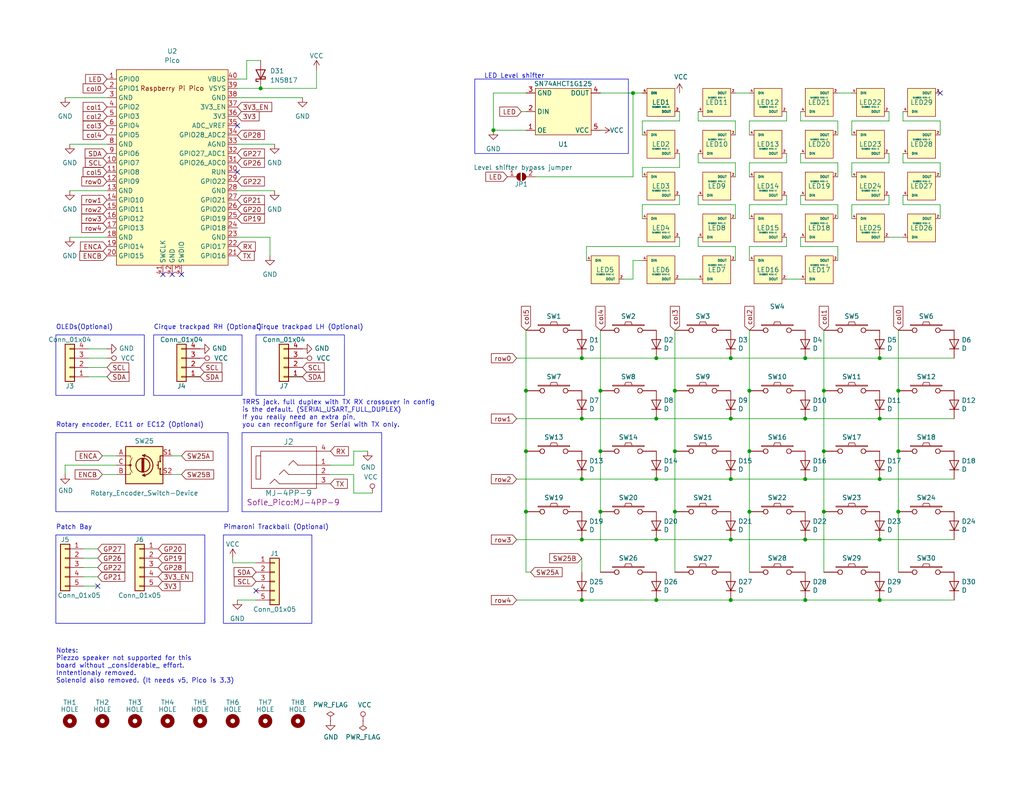
<source format=kicad_sch>
(kicad_sch (version 20230121) (generator eeschema)
  (paper "A")
  (title_block (title "Sofle Pico") (date "2023-12-18") (rev "v3.5.2") (comment 1 "https://github.com/josefadamcik/SofleKeyboard") (comment 2 "Based on the Sofle by Josef Adamcik") (comment 3 "https://github.com/JellyTitan") (comment 4 "Designed by Ryan Neff"))
  (junction (at 179.07 163.83))
  (junction (at 163.83 123.19))
  (junction (at 71.12 24.13))
  (junction (at 204.47 123.19))
  (junction (at 240.03 114.3))
  (junction (at 143.51 139.7))
  (junction (at 224.79 106.68))
  (junction (at 199.39 147.32))
  (junction (at 219.71 130.81))
  (junction (at 143.51 106.68))
  (junction (at 179.07 130.81))
  (junction (at 245.11 106.68))
  (junction (at 179.07 114.3))
  (junction (at 179.07 97.79))
  (junction (at 224.79 123.19))
  (junction (at 240.03 130.81))
  (junction (at 219.71 163.83))
  (junction (at 172.72 25.4))
  (junction (at 158.75 97.79))
  (junction (at 240.03 163.83))
  (junction (at 240.03 97.79))
  (junction (at 199.39 130.81))
  (junction (at 158.75 130.81))
  (junction (at 245.11 123.19))
  (junction (at 199.39 114.3))
  (junction (at 184.15 123.19))
  (junction (at 204.47 106.68))
  (junction (at 199.39 97.79))
  (junction (at 158.75 147.32))
  (junction (at 163.83 106.68))
  (junction (at 163.83 139.7))
  (junction (at 224.79 139.7))
  (junction (at 134.62 35.56))
  (junction (at 179.07 147.32))
  (junction (at 158.75 163.83))
  (junction (at 199.39 163.83))
  (junction (at 219.71 147.32))
  (junction (at 219.71 114.3))
  (junction (at 204.47 139.7))
  (junction (at 245.11 139.7))
  (junction (at 158.75 114.3))
  (junction (at 240.03 147.32))
  (junction (at 184.15 139.7))
  (junction (at 219.71 97.79))
  (junction (at 143.51 123.19))
  (junction (at 184.15 106.68))
  (no_connect (at 64.77 46.99))
  (no_connect (at 26.67 160.02))
  (no_connect (at 64.77 34.29))
  (no_connect (at 46.99 74.93))
  (no_connect (at 44.45 74.93))
  (no_connect (at 69.85 161.29))
  (no_connect (at 49.53 74.93))
  (no_connect (at 256.54 25.4))
  (wire (pts (xy 214.63 76.2) (xy 218.44 76.2)))
  (wire (pts (xy 200.66 25.4) (xy 204.47 25.4)))
  (wire (pts (xy 64.77 26.67) (xy 82.55 26.67)))
  (wire (pts (xy 184.15 139.7) (xy 184.15 156.21)))
  (wire (pts (xy 158.75 130.81) (xy 140.97 130.81)))
  (wire (pts (xy 240.03 147.32) (xy 260.35 147.32)))
  (wire (pts (xy 232.41 55.88) (xy 232.41 59.69)))
  (wire (pts (xy 96.52 129.54) (xy 96.52 134.62)))
  (wire (pts (xy 228.6 25.4) (xy 232.41 25.4)))
  (wire (pts (xy 71.12 24.13) (xy 86.36 24.13)))
  (wire (pts (xy 214.63 67.31) (xy 204.47 67.31)))
  (wire (pts (xy 179.07 130.81) (xy 158.75 130.81)))
  (wire (pts (xy 228.6 44.45) (xy 218.44 44.45)))
  (wire (pts (xy 163.83 106.68) (xy 163.83 123.19)))
  (wire (pts (xy 158.75 114.3) (xy 140.97 114.3)))
  (wire (pts (xy 232.41 44.45) (xy 232.41 48.26)))
  (wire (pts (xy 158.75 147.32) (xy 140.97 147.32)))
  (wire (pts (xy 246.38 33.02) (xy 246.38 30.48)))
  (wire (pts (xy 24.13 100.33) (xy 29.21 100.33)))
  (wire (pts (xy 200.66 67.31) (xy 190.5 67.31)))
  (wire (pts (xy 218.44 55.88) (xy 218.44 53.34)))
  (wire (pts (xy 78.74 102.87) (xy 82.55 102.87)))
  (wire (pts (xy 185.42 41.91) (xy 185.42 45.72)))
  (wire (pts (xy 172.72 76.2) (xy 172.72 71.12)))
  (wire (pts (xy 46.99 129.54) (xy 49.53 129.54)))
  (wire (pts (xy 64.77 39.37) (xy 74.93 39.37)))
  (wire (pts (xy 19.05 64.77) (xy 29.21 64.77)))
  (wire (pts (xy 96.52 123.19) (xy 96.52 127)))
  (wire (pts (xy 204.47 55.88) (xy 204.47 59.69)))
  (wire (pts (xy 185.42 55.88) (xy 175.26 55.88)))
  (wire (pts (xy 232.41 33.02) (xy 232.41 36.83)))
  (wire (pts (xy 185.42 76.2) (xy 190.5 76.2)))
  (wire (pts (xy 240.03 163.83) (xy 260.35 163.83)))
  (wire (pts (xy 256.54 44.45) (xy 246.38 44.45)))
  (wire (pts (xy 184.15 106.68) (xy 184.15 123.19)))
  (wire (pts (xy 228.6 59.69) (xy 228.6 55.88)))
  (wire (pts (xy 245.11 123.19) (xy 245.11 106.68)))
  (wire (pts (xy 199.39 147.32) (xy 219.71 147.32)))
  (wire (pts (xy 19.05 39.37) (xy 29.21 39.37)))
  (wire (pts (xy 31.75 127) (xy 17.78 127)))
  (wire (pts (xy 218.44 67.31) (xy 218.44 64.77)))
  (wire (pts (xy 134.62 25.4) (xy 143.51 25.4)))
  (wire (pts (xy 214.63 55.88) (xy 204.47 55.88)))
  (wire (pts (xy 185.42 30.48) (xy 185.42 33.02)))
  (wire (pts (xy 185.42 33.02) (xy 175.26 33.02)))
  (wire (pts (xy 175.26 33.02) (xy 175.26 36.83)))
  (wire (pts (xy 219.71 147.32) (xy 240.03 147.32)))
  (wire (pts (xy 256.54 55.88) (xy 246.38 55.88)))
  (wire (pts (xy 224.79 90.17) (xy 224.79 106.68)))
  (wire (pts (xy 50.8 102.87) (xy 54.61 102.87)))
  (wire (pts (xy 200.66 71.12) (xy 200.66 67.31)))
  (wire (pts (xy 214.63 53.34) (xy 214.63 55.88)))
  (wire (pts (xy 240.03 97.79) (xy 219.71 97.79)))
  (wire (pts (xy 184.15 90.17) (xy 184.15 106.68)))
  (wire (pts (xy 200.66 48.26) (xy 200.66 44.45)))
  (wire (pts (xy 242.57 44.45) (xy 232.41 44.45)))
  (wire (pts (xy 90.17 129.54) (xy 96.52 129.54)))
  (wire (pts (xy 200.66 59.69) (xy 200.66 55.88)))
  (wire (pts (xy 63.5 153.67) (xy 69.85 153.67)))
  (wire (pts (xy 172.72 25.4) (xy 175.26 25.4)))
  (wire (pts (xy 199.39 130.81) (xy 219.71 130.81)))
  (wire (pts (xy 179.07 97.79) (xy 158.75 97.79)))
  (wire (pts (xy 22.86 160.02) (xy 26.67 160.02)))
  (wire (pts (xy 163.83 25.4) (xy 172.72 25.4)))
  (wire (pts (xy 175.26 45.72) (xy 175.26 48.26)))
  (wire (pts (xy 214.63 41.91) (xy 214.63 44.45)))
  (wire (pts (xy 190.5 33.02) (xy 190.5 30.48)))
  (wire (pts (xy 204.47 123.19) (xy 204.47 139.7)))
  (wire (pts (xy 29.21 102.87) (xy 24.13 102.87)))
  (wire (pts (xy 175.26 55.88) (xy 175.26 59.69)))
  (wire (pts (xy 185.42 64.77) (xy 185.42 67.31)))
  (wire (pts (xy 143.51 30.48) (xy 142.24 30.48)))
  (wire (pts (xy 26.67 154.94) (xy 22.86 154.94)))
  (wire (pts (xy 224.79 139.7) (xy 224.79 156.21)))
  (wire (pts (xy 190.5 55.88) (xy 190.5 53.34)))
  (wire (pts (xy 158.75 152.4) (xy 158.75 156.21)))
  (wire (pts (xy 96.52 127) (xy 90.17 127)))
  (wire (pts (xy 179.07 97.79) (xy 199.39 97.79)))
  (wire (pts (xy 200.66 36.83) (xy 200.66 33.02)))
  (wire (pts (xy 214.63 64.77) (xy 214.63 67.31)))
  (wire (pts (xy 185.42 45.72) (xy 175.26 45.72)))
  (wire (pts (xy 228.6 33.02) (xy 218.44 33.02)))
  (wire (pts (xy 242.57 30.48) (xy 242.57 33.02)))
  (wire (pts (xy 214.63 30.48) (xy 214.63 33.02)))
  (wire (pts (xy 19.05 52.07) (xy 29.21 52.07)))
  (wire (pts (xy 228.6 36.83) (xy 228.6 33.02)))
  (wire (pts (xy 146.05 48.26) (xy 172.72 48.26)))
  (wire (pts (xy 184.15 123.19) (xy 184.15 139.7)))
  (wire (pts (xy 256.54 59.69) (xy 256.54 55.88)))
  (wire (pts (xy 246.38 44.45) (xy 246.38 41.91)))
  (wire (pts (xy 96.52 123.19) (xy 100.33 123.19)))
  (wire (pts (xy 27.94 129.54) (xy 31.75 129.54)))
  (wire (pts (xy 86.36 19.05) (xy 86.36 24.13)))
  (wire (pts (xy 179.07 114.3) (xy 199.39 114.3)))
  (wire (pts (xy 158.75 163.83) (xy 179.07 163.83)))
  (wire (pts (xy 240.03 114.3) (xy 260.35 114.3)))
  (wire (pts (xy 256.54 48.26) (xy 256.54 44.45)))
  (wire (pts (xy 143.51 139.7) (xy 143.51 156.21)))
  (wire (pts (xy 218.44 44.45) (xy 218.44 41.91)))
  (wire (pts (xy 219.71 130.81) (xy 240.03 130.81)))
  (wire (pts (xy 242.57 55.88) (xy 232.41 55.88)))
  (wire (pts (xy 50.8 100.33) (xy 54.61 100.33)))
  (wire (pts (xy 26.67 149.86) (xy 22.86 149.86)))
  (wire (pts (xy 219.71 114.3) (xy 240.03 114.3)))
  (wire (pts (xy 204.47 67.31) (xy 204.47 71.12)))
  (wire (pts (xy 214.63 33.02) (xy 204.47 33.02)))
  (wire (pts (xy 172.72 71.12) (xy 175.26 71.12)))
  (wire (pts (xy 224.79 106.68) (xy 224.79 123.19)))
  (wire (pts (xy 204.47 139.7) (xy 204.47 156.21)))
  (wire (pts (xy 26.67 157.48) (xy 22.86 157.48)))
  (wire (pts (xy 46.99 124.46) (xy 49.53 124.46)))
  (wire (pts (xy 143.51 123.19) (xy 143.51 139.7)))
  (wire (pts (xy 67.31 16.51) (xy 71.12 16.51)))
  (wire (pts (xy 242.57 64.77) (xy 246.38 64.77)))
  (wire (pts (xy 204.47 106.68) (xy 204.47 123.19)))
  (wire (pts (xy 200.66 55.88) (xy 190.5 55.88)))
  (wire (pts (xy 204.47 90.17) (xy 204.47 106.68)))
  (wire (pts (xy 228.6 71.12) (xy 228.6 67.31)))
  (wire (pts (xy 163.83 90.17) (xy 163.83 106.68)))
  (wire (pts (xy 199.39 114.3) (xy 219.71 114.3)))
  (wire (pts (xy 240.03 130.81) (xy 260.35 130.81)))
  (wire (pts (xy 17.78 26.67) (xy 29.21 26.67)))
  (wire (pts (xy 218.44 33.02) (xy 218.44 30.48)))
  (wire (pts (xy 170.18 76.2) (xy 172.72 76.2)))
  (wire (pts (xy 179.07 147.32) (xy 158.75 147.32)))
  (wire (pts (xy 96.52 134.62) (xy 101.6 134.62)))
  (wire (pts (xy 204.47 44.45) (xy 204.47 48.26)))
  (wire (pts (xy 200.66 44.45) (xy 190.5 44.45)))
  (wire (pts (xy 199.39 163.83) (xy 219.71 163.83)))
  (wire (pts (xy 190.5 44.45) (xy 190.5 41.91)))
  (wire (pts (xy 246.38 55.88) (xy 246.38 53.34)))
  (wire (pts (xy 185.42 53.34) (xy 185.42 55.88)))
  (wire (pts (xy 143.51 106.68) (xy 143.51 123.19)))
  (wire (pts (xy 163.83 139.7) (xy 163.83 156.21)))
  (wire (pts (xy 67.31 21.59) (xy 67.31 16.51)))
  (wire (pts (xy 26.67 152.4) (xy 22.86 152.4)))
  (wire (pts (xy 64.77 64.77) (xy 73.66 64.77)))
  (wire (pts (xy 24.13 95.25) (xy 29.21 95.25)))
  (wire (pts (xy 228.6 48.26) (xy 228.6 44.45)))
  (wire (pts (xy 185.42 67.31) (xy 160.02 67.31)))
  (wire (pts (xy 228.6 55.88) (xy 218.44 55.88)))
  (wire (pts (xy 73.66 64.77) (xy 73.66 69.85)))
  (wire (pts (xy 64.77 21.59) (xy 67.31 21.59)))
  (wire (pts (xy 219.71 163.83) (xy 240.03 163.83)))
  (wire (pts (xy 256.54 33.02) (xy 246.38 33.02)))
  (wire (pts (xy 179.07 163.83) (xy 199.39 163.83)))
  (wire (pts (xy 160.02 67.31) (xy 160.02 71.12)))
  (wire (pts (xy 256.54 36.83) (xy 256.54 33.02)))
  (wire (pts (xy 179.07 147.32) (xy 199.39 147.32)))
  (wire (pts (xy 64.77 163.83) (xy 69.85 163.83)))
  (wire (pts (xy 242.57 33.02) (xy 232.41 33.02)))
  (wire (pts (xy 143.51 90.17) (xy 143.51 106.68)))
  (wire (pts (xy 64.77 52.07) (xy 74.93 52.07)))
  (wire (pts (xy 240.03 97.79) (xy 260.35 97.79)))
  (wire (pts (xy 78.74 100.33) (xy 82.55 100.33)))
  (wire (pts (xy 179.07 130.81) (xy 199.39 130.81)))
  (wire (pts (xy 134.62 35.56) (xy 143.51 35.56)))
  (wire (pts (xy 163.83 123.19) (xy 163.83 139.7)))
  (wire (pts (xy 199.39 97.79) (xy 219.71 97.79)))
  (wire (pts (xy 172.72 25.4) (xy 172.72 48.26)))
  (wire (pts (xy 224.79 139.7) (xy 224.79 123.19)))
  (wire (pts (xy 134.62 35.56) (xy 134.62 25.4)))
  (wire (pts (xy 140.97 163.83) (xy 158.75 163.83)))
  (wire (pts (xy 204.47 33.02) (xy 204.47 36.83)))
  (wire (pts (xy 27.94 124.46) (xy 31.75 124.46)))
  (wire (pts (xy 64.77 24.13) (xy 71.12 24.13)))
  (wire (pts (xy 242.57 41.91) (xy 242.57 44.45)))
  (wire (pts (xy 17.78 127) (xy 17.78 129.54)))
  (wire (pts (xy 143.51 156.21) (xy 144.78 156.21)))
  (wire (pts (xy 245.11 106.68) (xy 245.11 90.17)))
  (wire (pts (xy 245.11 123.19) (xy 245.11 139.7)))
  (wire (pts (xy 24.13 97.79) (xy 29.21 97.79)))
  (wire (pts (xy 214.63 44.45) (xy 204.47 44.45)))
  (wire (pts (xy 179.07 114.3) (xy 158.75 114.3)))
  (wire (pts (xy 190.5 67.31) (xy 190.5 64.77)))
  (wire (pts (xy 245.11 139.7) (xy 245.11 156.21)))
  (wire (pts (xy 242.57 53.34) (xy 242.57 55.88)))
  (wire (pts (xy 200.66 33.02) (xy 190.5 33.02)))
  (wire (pts (xy 63.5 152.4) (xy 63.5 153.67)))
  (wire (pts (xy 228.6 67.31) (xy 218.44 67.31)))
  (wire (pts (xy 158.75 97.79) (xy 140.97 97.79)))
  (rectangle (start 15.24 91.44) (end 39.37 107.95))
  (rectangle (start 41.91 91.44) (end 66.04 107.95))
  (rectangle (start 129.54 21.59) (end 171.45 41.91))
  (rectangle (start 15.24 118.11) (end 62.23 139.7))
  (rectangle (start 66.04 118.11) (end 104.14 139.7))
  (rectangle (start 69.85 91.44) (end 93.98 107.95))
  (rectangle (start 15.24 146.05) (end 55.88 170.18))
  (rectangle (start 60.96 146.05) (end 85.09 170.18))
  (text "Cirque trackpad RH (Optional)\n" (at 41.91 90.17 0) (effects (font (size 1.27 1.27)) (justify left bottom)))
  (text "TRRS jack. full duplex with TX RX crossover in config \nis the default. (SERIAL_USART_FULL_DUPLEX)\nIf you really need an extra pin, \nyou can reconfigure for Serial with TX only." (at 66.04 116.84 0) (effects (font (size 1.27 1.27)) (justify left bottom)))
  (text "Pimaroni Trackball (Optional)\n" (at 60.96 144.78 0) (effects (font (size 1.27 1.27)) (justify left bottom)))
  (text "Rotary encoder, EC11 or EC12 (Optional)\n" (at 15.24 116.84 0) (effects (font (size 1.27 1.27)) (justify left bottom)))
  (text "LED Level shifter" (at 132.08 21.59 0) (effects (font (size 1.27 1.27)) (justify left bottom)))
  (text "OLEDs(Optional)\n" (at 15.24 90.17 0) (effects (font (size 1.27 1.27)) (justify left bottom)))
  (text "Patch Bay" (at 15.24 144.78 0) (effects (font (size 1.27 1.27)) (justify left bottom)))
  (text "Cirque trackpad LH (Optional)\n" (at 69.85 90.17 0) (effects (font (size 1.27 1.27)) (justify left bottom)))
  (text "Notes:\nPiezzo speaker not supported for this \nboard without _considerable_ effort. \nInntentionaly removed.\nSolenoid also removed. (It needs v5, Pico is 3.3)" (at 15.24 186.69 0) (effects (font (size 1.27 1.27)) (justify left bottom)))
  (global_label "SDA" (shape input) (at 29.21 102.87 0) (property "Intersheetrefs" "${INTERSHEET_REFS}" (effects hide)))
  (global_label "SCL" (shape input) (at 29.21 100.33 0) (property "Intersheetrefs" "${INTERSHEET_REFS}" (effects hide)))
  (global_label "SCL" (shape input) (at 54.61 100.33 0) (property "Intersheetrefs" "${INTERSHEET_REFS}" (effects hide)))
  (global_label "GP21" (shape input) (at 64.77 54.61 0) (property "Intersheetrefs" "${INTERSHEET_REFS}" (effects hide)))
  (global_label "LED" (shape input) (at 142.24 30.48 180) (property "Intersheetrefs" "${INTERSHEET_REFS}" (effects hide)))
  (global_label "ENCA" (shape input) (at 29.21 67.31 180) (property "Intersheetrefs" "${INTERSHEET_REFS}" (effects hide)))
  (global_label "GP21" (shape input) (at 26.67 157.48 0) (property "Intersheetrefs" "${INTERSHEET_REFS}" (effects hide)))
  (global_label "row2" (shape input) (at 140.97 130.81 180) (property "Intersheetrefs" "${INTERSHEET_REFS}" (effects hide)))
  (global_label "SW25A" (shape input) (at 144.78 156.21 0) (property "Intersheetrefs" "${INTERSHEET_REFS}" (effects hide)))
  (global_label "col0" (shape input) (at 245.11 90.17 90) (property "Intersheetrefs" "${INTERSHEET_REFS}" (effects hide)))
  (global_label "GP22" (shape input) (at 64.77 49.53 0) (property "Intersheetrefs" "${INTERSHEET_REFS}" (effects hide)))
  (global_label "GP26" (shape input) (at 26.67 152.4 0) (property "Intersheetrefs" "${INTERSHEET_REFS}" (effects hide)))
  (global_label "ENCB" (shape input) (at 29.21 69.85 180) (property "Intersheetrefs" "${INTERSHEET_REFS}" (effects hide)))
  (global_label "TX" (shape input) (at 90.17 132.08 0) (property "Intersheetrefs" "${INTERSHEET_REFS}" (effects hide)))
  (global_label "RX" (shape input) (at 64.77 67.31 0) (property "Intersheetrefs" "${INTERSHEET_REFS}" (effects hide)))
  (global_label "SDA" (shape input) (at 82.55 102.87 0) (property "Intersheetrefs" "${INTERSHEET_REFS}" (effects hide)))
  (global_label "SDA" (shape input) (at 54.61 102.87 0) (property "Intersheetrefs" "${INTERSHEET_REFS}" (effects hide)))
  (global_label "ENCB" (shape input) (at 27.94 129.54 180) (property "Intersheetrefs" "${INTERSHEET_REFS}" (effects hide)))
  (global_label "row4" (shape input) (at 140.97 163.83 180) (property "Intersheetrefs" "${INTERSHEET_REFS}" (effects hide)))
  (global_label "row0" (shape input) (at 140.97 97.79 180) (property "Intersheetrefs" "${INTERSHEET_REFS}" (effects hide)))
  (global_label "col4" (shape input) (at 163.83 90.17 90) (property "Intersheetrefs" "${INTERSHEET_REFS}" (effects hide)))
  (global_label "LED" (shape input) (at 138.43 48.26 180) (property "Intersheetrefs" "${INTERSHEET_REFS}" (effects hide)))
  (global_label "col4" (shape input) (at 29.21 36.83 180) (property "Intersheetrefs" "${INTERSHEET_REFS}" (effects hide)))
  (global_label "SCL" (shape input) (at 69.85 158.75 180) (property "Intersheetrefs" "${INTERSHEET_REFS}" (effects hide)))
  (global_label "col2" (shape input) (at 204.47 90.17 90) (property "Intersheetrefs" "${INTERSHEET_REFS}" (effects hide)))
  (global_label "LED" (shape input) (at 29.21 21.59 180) (property "Intersheetrefs" "${INTERSHEET_REFS}" (effects hide)))
  (global_label "GP27" (shape input) (at 64.77 41.91 0) (property "Intersheetrefs" "${INTERSHEET_REFS}" (effects hide)))
  (global_label "col5" (shape input) (at 29.21 46.99 180) (property "Intersheetrefs" "${INTERSHEET_REFS}" (effects hide)))
  (global_label "row4" (shape input) (at 29.21 62.23 180) (property "Intersheetrefs" "${INTERSHEET_REFS}" (effects hide)))
  (global_label "SDA" (shape input) (at 69.85 156.21 180) (property "Intersheetrefs" "${INTERSHEET_REFS}" (effects hide)))
  (global_label "GP19" (shape input) (at 43.18 152.4 0) (property "Intersheetrefs" "${INTERSHEET_REFS}" (effects hide)))
  (global_label "GP27" (shape input) (at 26.67 149.86 0) (property "Intersheetrefs" "${INTERSHEET_REFS}" (effects hide)))
  (global_label "row3" (shape input) (at 140.97 147.32 180) (property "Intersheetrefs" "${INTERSHEET_REFS}" (effects hide)))
  (global_label "SCL" (shape input) (at 82.55 100.33 0) (property "Intersheetrefs" "${INTERSHEET_REFS}" (effects hide)))
  (global_label "col5" (shape input) (at 143.51 90.17 90) (property "Intersheetrefs" "${INTERSHEET_REFS}" (effects hide)))
  (global_label "col3" (shape input) (at 29.21 34.29 180) (property "Intersheetrefs" "${INTERSHEET_REFS}" (effects hide)))
  (global_label "row1" (shape input) (at 29.21 54.61 180) (property "Intersheetrefs" "${INTERSHEET_REFS}" (effects hide)))
  (global_label "3V3" (shape input) (at 43.18 160.02 0) (property "Intersheetrefs" "${INTERSHEET_REFS}" (effects hide)))
  (global_label "GP22" (shape input) (at 26.67 154.94 0) (property "Intersheetrefs" "${INTERSHEET_REFS}" (effects hide)))
  (global_label "GP20" (shape input) (at 43.18 149.86 0) (property "Intersheetrefs" "${INTERSHEET_REFS}" (effects hide)))
  (global_label "GP26" (shape input) (at 64.77 44.45 0) (property "Intersheetrefs" "${INTERSHEET_REFS}" (effects hide)))
  (global_label "col1" (shape input) (at 29.21 29.21 180) (property "Intersheetrefs" "${INTERSHEET_REFS}" (effects hide)))
  (global_label "3V3" (shape input) (at 64.77 31.75 0) (property "Intersheetrefs" "${INTERSHEET_REFS}" (effects hide)))
  (global_label "ENCA" (shape input) (at 27.94 124.46 180) (property "Intersheetrefs" "${INTERSHEET_REFS}" (effects hide)))
  (global_label "SW25B" (shape input) (at 158.75 152.4 180) (property "Intersheetrefs" "${INTERSHEET_REFS}" (effects hide)))
  (global_label "TX" (shape input) (at 64.77 69.85 0) (property "Intersheetrefs" "${INTERSHEET_REFS}" (effects hide)))
  (global_label "row3" (shape input) (at 29.21 59.69 180) (property "Intersheetrefs" "${INTERSHEET_REFS}" (effects hide)))
  (global_label "row0" (shape input) (at 29.21 49.53 180) (property "Intersheetrefs" "${INTERSHEET_REFS}" (effects hide)))
  (global_label "col0" (shape input) (at 29.21 24.13 180) (property "Intersheetrefs" "${INTERSHEET_REFS}" (effects hide)))
  (global_label "SDA" (shape input) (at 29.21 41.91 180) (property "Intersheetrefs" "${INTERSHEET_REFS}" (effects hide)))
  (global_label "GP19" (shape input) (at 64.77 59.69 0) (property "Intersheetrefs" "${INTERSHEET_REFS}" (effects hide)))
  (global_label "col3" (shape input) (at 184.15 90.17 90) (property "Intersheetrefs" "${INTERSHEET_REFS}" (effects hide)))
  (global_label "GP20" (shape input) (at 64.77 57.15 0) (property "Intersheetrefs" "${INTERSHEET_REFS}" (effects hide)))
  (global_label "col2" (shape input) (at 29.21 31.75 180) (property "Intersheetrefs" "${INTERSHEET_REFS}" (effects hide)))
  (global_label "SW25B" (shape input) (at 49.53 129.54 0) (property "Intersheetrefs" "${INTERSHEET_REFS}" (effects hide)))
  (global_label "row1" (shape input) (at 140.97 114.3 180) (property "Intersheetrefs" "${INTERSHEET_REFS}" (effects hide)))
  (global_label "3V3_EN" (shape input) (at 64.77 29.21 0) (property "Intersheetrefs" "${INTERSHEET_REFS}" (effects hide)))
  (global_label "row2" (shape input) (at 29.21 57.15 180) (property "Intersheetrefs" "${INTERSHEET_REFS}" (effects hide)))
  (global_label "GP28" (shape input) (at 64.77 36.83 0) (property "Intersheetrefs" "${INTERSHEET_REFS}" (effects hide)))
  (global_label "3V3_EN" (shape input) (at 43.18 157.48 0) (property "Intersheetrefs" "${INTERSHEET_REFS}" (effects hide)))
  (global_label "SW25A" (shape input) (at 49.53 124.46 0) (property "Intersheetrefs" "${INTERSHEET_REFS}" (effects hide)))
  (global_label "RX" (shape input) (at 90.17 123.19 0) (property "Intersheetrefs" "${INTERSHEET_REFS}" (effects hide)))
  (global_label "GP28" (shape input) (at 43.18 154.94 0) (property "Intersheetrefs" "${INTERSHEET_REFS}" (effects hide)))
  (global_label "col1" (shape input) (at 224.79 90.17 90) (property "Intersheetrefs" "${INTERSHEET_REFS}" (effects hide)))
  (global_label "SCL" (shape input) (at 29.21 44.45 180) (property "Intersheetrefs" "${INTERSHEET_REFS}" (effects hide)))
  (symbol (lib_id "Sofle_Pico:SW_PUSH") (at 171.45 156.21 0) (unit 1)
    (property "Reference" "SW26" (at 171.45 152.4 0))
    (property "Value" "SW_PUSH_LED" (effects hide))
    (property "Footprint" "Sofle_Pico:Cherry_MX_DS_Hotswap_v3.5.4" (effects hide))
  )
  (symbol (lib_id "Sofle_Pico:SW_PUSH") (at 151.13 90.17 0) (unit 1)
    (property "Reference" "SW1" (at 151.13 86.36 0))
    (property "Value" "SW_PUSH_LED" (effects hide))
    (property "Footprint" "Sofle_Pico:Cherry_MX_DS_Hotswap_v3.5.4" (effects hide))
  )
  (symbol (lib_id "SofleKeyboard-rescue:D-Lily58-cache-Lily58_Pro-rescue") (at 158.75 93.98 90) (unit 1)
    (property "Reference" "D1" (at 160.7566 92.8116 90) (effects (justify right)))
    (property "Value" "D" (at 160.7566 95.123 90) (effects (justify right)))
    (property "Footprint" "Sofle_Pico:D_SOD-123_DO-35_Hybrid_DoubleSided_V2" (effects hide))
  )
  (symbol (lib_id "Sofle_Pico:SW_PUSH") (at 171.45 90.17 0) (unit 1)
    (property "Reference" "SW2" (at 171.45 86.36 0))
    (property "Value" "SW_PUSH_LED" (effects hide))
    (property "Footprint" "Sofle_Pico:Cherry_MX_DS_Hotswap_v3.5.4" (effects hide))
  )
  (symbol (lib_id "SofleKeyboard-rescue:D-Lily58-cache-Lily58_Pro-rescue") (at 179.07 93.98 90) (unit 1)
    (property "Reference" "D2" (at 181.0766 92.8116 90) (effects (justify right)))
    (property "Value" "D" (at 181.0766 95.123 90) (effects (justify right)))
    (property "Footprint" "Sofle_Pico:D_SOD-123_DO-35_Hybrid_DoubleSided_V2" (effects hide))
  )
  (symbol (lib_id "Sofle_Pico:SW_PUSH") (at 191.77 90.17 0) (unit 1)
    (property "Reference" "SW3" (at 191.77 86.36 0))
    (property "Value" "SW_PUSH_LED" (effects hide))
    (property "Footprint" "Sofle_Pico:Cherry_MX_DS_Hotswap_v3.5.4" (effects hide))
  )
  (symbol (lib_id "SofleKeyboard-rescue:D-Lily58-cache-Lily58_Pro-rescue") (at 199.39 93.98 90) (unit 1)
    (property "Reference" "D3" (at 201.3966 92.8116 90) (effects (justify right)))
    (property "Value" "D" (at 201.3966 95.123 90) (effects (justify right)))
    (property "Footprint" "Sofle_Pico:D_SOD-123_DO-35_Hybrid_DoubleSided_V2" (effects hide))
  )
  (symbol (lib_id "Sofle_Pico:SW_PUSH") (at 212.09 90.17 0) (unit 1)
    (property "Reference" "SW4" (at 212.09 83.693 0))
    (property "Value" "SW_PUSH_LED" (effects hide))
    (property "Footprint" "Sofle_Pico:Cherry_MX_DS_Hotswap_v3.5.4" (effects hide))
  )
  (symbol (lib_id "SofleKeyboard-rescue:D-Lily58-cache-Lily58_Pro-rescue") (at 219.71 93.98 90) (unit 1)
    (property "Reference" "D4" (at 221.7166 92.8116 90) (effects (justify right)))
    (property "Value" "D" (at 221.7166 95.123 90) (effects (justify right)))
    (property "Footprint" "Sofle_Pico:D_SOD-123_DO-35_Hybrid_DoubleSided_V2" (effects hide))
  )
  (symbol (lib_id "Sofle_Pico:SW_PUSH") (at 232.41 90.17 0) (unit 1)
    (property "Reference" "SW5" (at 232.41 86.36 0))
    (property "Value" "SW_PUSH_LED" (effects hide))
    (property "Footprint" "Sofle_Pico:Cherry_MX_DS_Hotswap_v3.5.4" (effects hide))
  )
  (symbol (lib_id "SofleKeyboard-rescue:D-Lily58-cache-Lily58_Pro-rescue") (at 240.03 93.98 90) (unit 1)
    (property "Reference" "D5" (at 242.0366 92.8116 90) (effects (justify right)))
    (property "Value" "D" (at 242.0366 95.123 90) (effects (justify right)))
    (property "Footprint" "Sofle_Pico:D_SOD-123_DO-35_Hybrid_DoubleSided_V2" (effects hide))
  )
  (symbol (lib_id "Sofle_Pico:SW_PUSH") (at 252.73 90.17 0) (unit 1)
    (property "Reference" "SW6" (at 252.73 86.36 0))
    (property "Value" "SW_PUSH_LED" (effects hide))
    (property "Footprint" "Sofle_Pico:Cherry_MX_DS_Hotswap_v3.5.4" (effects hide))
  )
  (symbol (lib_id "SofleKeyboard-rescue:D-Lily58-cache-Lily58_Pro-rescue") (at 260.35 93.98 90) (unit 1)
    (property "Reference" "D6" (at 262.3566 92.8116 90) (effects (justify right)))
    (property "Value" "D" (at 262.3566 95.123 90) (effects (justify right)))
    (property "Footprint" "Sofle_Pico:D_SOD-123_DO-35_Hybrid_DoubleSided_V2" (effects hide))
  )
  (symbol (lib_id "Sofle_Pico:SW_PUSH") (at 171.45 106.68 0) (unit 1)
    (property "Reference" "SW8" (at 171.45 102.87 0))
    (property "Value" "SW_PUSH_LED" (effects hide))
    (property "Footprint" "Sofle_Pico:Cherry_MX_DS_Hotswap_v3.5.4" (effects hide))
  )
  (symbol (lib_id "Sofle_Pico:SW_PUSH") (at 191.77 106.68 0) (unit 1)
    (property "Reference" "SW9" (at 191.77 102.87 0))
    (property "Value" "SW_PUSH_LED" (effects hide))
    (property "Footprint" "Sofle_Pico:Cherry_MX_DS_Hotswap_v3.5.4" (effects hide))
  )
  (symbol (lib_id "Sofle_Pico:SW_PUSH") (at 212.09 106.68 0) (unit 1)
    (property "Reference" "SW10" (at 212.09 102.87 0))
    (property "Value" "SW_PUSH_LED" (effects hide))
    (property "Footprint" "Sofle_Pico:Cherry_MX_DS_Hotswap_v3.5.4" (effects hide))
  )
  (symbol (lib_id "Sofle_Pico:SW_PUSH") (at 232.41 106.68 0) (unit 1)
    (property "Reference" "SW11" (at 232.41 102.87 0))
    (property "Value" "SW_PUSH_LED" (effects hide))
    (property "Footprint" "Sofle_Pico:Cherry_MX_DS_Hotswap_v3.5.4" (effects hide))
  )
  (symbol (lib_id "Sofle_Pico:SW_PUSH") (at 252.73 106.68 0) (unit 1)
    (property "Reference" "SW12" (at 252.73 102.87 0))
    (property "Value" "SW_PUSH_LED" (effects hide))
    (property "Footprint" "Sofle_Pico:Cherry_MX_DS_Hotswap_v3.5.4" (effects hide))
  )
  (symbol (lib_id "Sofle_Pico:SW_PUSH") (at 151.13 106.68 0) (unit 1)
    (property "Reference" "SW7" (at 151.13 102.87 0))
    (property "Value" "SW_PUSH_LED" (effects hide))
    (property "Footprint" "Sofle_Pico:Cherry_MX_DS_Hotswap_v3.5.4" (effects hide))
  )
  (symbol (lib_id "SofleKeyboard-rescue:D-Lily58-cache-Lily58_Pro-rescue") (at 158.75 110.49 90) (unit 1)
    (property "Reference" "D7" (at 160.7566 109.3216 90) (effects (justify right)))
    (property "Value" "D" (at 160.7566 111.633 90) (effects (justify right)))
    (property "Footprint" "Sofle_Pico:D_SOD-123_DO-35_Hybrid_DoubleSided_V2" (effects hide))
  )
  (symbol (lib_id "SofleKeyboard-rescue:D-Lily58-cache-Lily58_Pro-rescue") (at 179.07 110.49 90) (unit 1)
    (property "Reference" "D8" (at 181.0766 109.3216 90) (effects (justify right)))
    (property "Value" "D" (at 181.0766 111.633 90) (effects (justify right)))
    (property "Footprint" "Sofle_Pico:D_SOD-123_DO-35_Hybrid_DoubleSided_V2" (effects hide))
  )
  (symbol (lib_id "SofleKeyboard-rescue:D-Lily58-cache-Lily58_Pro-rescue") (at 199.39 110.49 90) (unit 1)
    (property "Reference" "D9" (at 201.3966 109.3216 90) (effects (justify right)))
    (property "Value" "D" (at 201.3966 111.633 90) (effects (justify right)))
    (property "Footprint" "Sofle_Pico:D_SOD-123_DO-35_Hybrid_DoubleSided_V2" (effects hide))
  )
  (symbol (lib_id "SofleKeyboard-rescue:D-Lily58-cache-Lily58_Pro-rescue") (at 219.71 110.49 90) (unit 1)
    (property "Reference" "D10" (at 221.7166 109.3216 90) (effects (justify right)))
    (property "Value" "D" (at 221.7166 111.633 90) (effects (justify right)))
    (property "Footprint" "Sofle_Pico:D_SOD-123_DO-35_Hybrid_DoubleSided_V2" (effects hide))
  )
  (symbol (lib_id "SofleKeyboard-rescue:D-Lily58-cache-Lily58_Pro-rescue") (at 240.03 110.49 90) (unit 1)
    (property "Reference" "D11" (at 242.0366 109.3216 90) (effects (justify right)))
    (property "Value" "D" (at 242.0366 111.633 90) (effects (justify right)))
    (property "Footprint" "Sofle_Pico:D_SOD-123_DO-35_Hybrid_DoubleSided_V2" (effects hide))
  )
  (symbol (lib_id "SofleKeyboard-rescue:D-Lily58-cache-Lily58_Pro-rescue") (at 260.35 110.49 90) (unit 1)
    (property "Reference" "D12" (at 262.3566 109.3216 90) (effects (justify right)))
    (property "Value" "D" (at 262.3566 111.633 90) (effects (justify right)))
    (property "Footprint" "Sofle_Pico:D_SOD-123_DO-35_Hybrid_DoubleSided_V2" (effects hide))
  )
  (symbol (lib_id "Sofle_Pico:SW_PUSH") (at 151.13 123.19 0) (unit 1)
    (property "Reference" "SW13" (at 151.13 119.38 0))
    (property "Value" "SW_PUSH_LED" (effects hide))
    (property "Footprint" "Sofle_Pico:Cherry_MX_DS_Hotswap_v3.5.4" (effects hide))
  )
  (symbol (lib_id "Sofle_Pico:SW_PUSH") (at 171.45 123.19 0) (unit 1)
    (property "Reference" "SW14" (at 171.45 119.38 0))
    (property "Value" "SW_PUSH_LED" (effects hide))
    (property "Footprint" "Sofle_Pico:Cherry_MX_DS_Hotswap_v3.5.4" (effects hide))
  )
  (symbol (lib_id "Sofle_Pico:SW_PUSH") (at 191.77 123.19 0) (unit 1)
    (property "Reference" "SW15" (at 191.77 119.38 0))
    (property "Value" "SW_PUSH_LED" (effects hide))
    (property "Footprint" "Sofle_Pico:Cherry_MX_DS_Hotswap_v3.5.4" (effects hide))
  )
  (symbol (lib_id "Sofle_Pico:SW_PUSH") (at 212.09 123.19 0) (unit 1)
    (property "Reference" "SW16" (at 212.09 119.38 0))
    (property "Value" "SW_PUSH_LED" (effects hide))
    (property "Footprint" "Sofle_Pico:Cherry_MX_DS_Hotswap_v3.5.4" (effects hide))
  )
  (symbol (lib_id "Sofle_Pico:SW_PUSH") (at 232.41 123.19 0) (unit 1)
    (property "Reference" "SW17" (at 232.41 119.38 0))
    (property "Value" "SW_PUSH_LED" (effects hide))
    (property "Footprint" "Sofle_Pico:Cherry_MX_DS_Hotswap_v3.5.4" (effects hide))
  )
  (symbol (lib_id "Sofle_Pico:SW_PUSH") (at 252.73 123.19 0) (unit 1)
    (property "Reference" "SW18" (at 252.73 119.38 0))
    (property "Value" "SW_PUSH_LED" (effects hide))
    (property "Footprint" "Sofle_Pico:Cherry_MX_DS_Hotswap_v3.5.4" (effects hide))
  )
  (symbol (lib_id "SofleKeyboard-rescue:D-Lily58-cache-Lily58_Pro-rescue") (at 158.75 127 90) (unit 1)
    (property "Reference" "D13" (at 160.7566 125.8316 90) (effects (justify right)))
    (property "Value" "D" (at 160.7566 128.143 90) (effects (justify right)))
    (property "Footprint" "Sofle_Pico:D_SOD-123_DO-35_Hybrid_DoubleSided_V2" (effects hide))
  )
  (symbol (lib_id "SofleKeyboard-rescue:D-Lily58-cache-Lily58_Pro-rescue") (at 179.07 127 90) (unit 1)
    (property "Reference" "D14" (at 181.0766 125.8316 90) (effects (justify right)))
    (property "Value" "D" (at 181.0766 128.143 90) (effects (justify right)))
    (property "Footprint" "Sofle_Pico:D_SOD-123_DO-35_Hybrid_DoubleSided_V2" (effects hide))
  )
  (symbol (lib_id "SofleKeyboard-rescue:D-Lily58-cache-Lily58_Pro-rescue") (at 199.39 127 90) (unit 1)
    (property "Reference" "D15" (at 201.3966 125.8316 90) (effects (justify right)))
    (property "Value" "D" (at 201.3966 128.143 90) (effects (justify right)))
    (property "Footprint" "Sofle_Pico:D_SOD-123_DO-35_Hybrid_DoubleSided_V2" (effects hide))
  )
  (symbol (lib_id "SofleKeyboard-rescue:D-Lily58-cache-Lily58_Pro-rescue") (at 219.71 127 90) (unit 1)
    (property "Reference" "D16" (at 221.7166 125.8316 90) (effects (justify right)))
    (property "Value" "D" (at 221.7166 128.143 90) (effects (justify right)))
    (property "Footprint" "Sofle_Pico:D_SOD-123_DO-35_Hybrid_DoubleSided_V2" (effects hide))
  )
  (symbol (lib_id "SofleKeyboard-rescue:D-Lily58-cache-Lily58_Pro-rescue") (at 240.03 127 90) (unit 1)
    (property "Reference" "D17" (at 242.0366 125.8316 90) (effects (justify right)))
    (property "Value" "D" (at 242.0366 128.143 90) (effects (justify right)))
    (property "Footprint" "Sofle_Pico:D_SOD-123_DO-35_Hybrid_DoubleSided_V2" (effects hide))
  )
  (symbol (lib_id "SofleKeyboard-rescue:D-Lily58-cache-Lily58_Pro-rescue") (at 260.35 127 90) (unit 1)
    (property "Reference" "D18" (at 262.3566 125.8316 90) (effects (justify right)))
    (property "Value" "D" (at 262.3566 128.143 90) (effects (justify right)))
    (property "Footprint" "Sofle_Pico:D_SOD-123_DO-35_Hybrid_DoubleSided_V2" (effects hide))
  )
  (symbol (lib_id "Sofle_Pico:SW_PUSH") (at 191.77 139.7 0) (unit 1)
    (property "Reference" "SW21" (at 191.77 135.89 0))
    (property "Value" "SW_PUSH_LED" (effects hide))
    (property "Footprint" "Sofle_Pico:Cherry_MX_DS_Hotswap_v3.5.4" (effects hide))
  )
  (symbol (lib_id "Sofle_Pico:SW_PUSH") (at 212.09 139.7 0) (unit 1)
    (property "Reference" "SW22" (at 212.09 135.89 0))
    (property "Value" "SW_PUSH_LED" (effects hide))
    (property "Footprint" "Sofle_Pico:Cherry_MX_DS_Hotswap_v3.5.4" (effects hide))
  )
  (symbol (lib_id "Sofle_Pico:SW_PUSH") (at 232.41 139.7 0) (unit 1)
    (property "Reference" "SW23" (at 232.41 135.89 0))
    (property "Value" "SW_PUSH_LED" (effects hide))
    (property "Footprint" "Sofle_Pico:Cherry_MX_DS_Hotswap_v3.5.4" (effects hide))
  )
  (symbol (lib_id "Sofle_Pico:SW_PUSH") (at 252.73 139.7 0) (unit 1)
    (property "Reference" "SW24" (at 252.73 135.89 0))
    (property "Value" "SW_PUSH_LED" (effects hide))
    (property "Footprint" "Sofle_Pico:Cherry_MX_DS_Hotswap_v3.5.4" (effects hide))
  )
  (symbol (lib_id "Sofle_Pico:SW_PUSH") (at 171.45 139.7 0) (unit 1)
    (property "Reference" "SW20" (at 171.45 135.89 0))
    (property "Value" "SW_PUSH_LED" (effects hide))
    (property "Footprint" "Sofle_Pico:Cherry_MX_DS_Hotswap_v3.5.4" (effects hide))
  )
  (symbol (lib_id "Sofle_Pico:SW_PUSH") (at 151.13 139.7 0) (unit 1)
    (property "Reference" "SW19" (at 151.13 135.89 0))
    (property "Value" "SW_PUSH_LED" (effects hide))
    (property "Footprint" "Sofle_Pico:Cherry_MX_DS_Hotswap_v3.5.4" (effects hide))
  )
  (symbol (lib_id "SofleKeyboard-rescue:D-Lily58-cache-Lily58_Pro-rescue") (at 158.75 143.51 90) (unit 1)
    (property "Reference" "D19" (at 160.7566 142.3416 90) (effects (justify right)))
    (property "Value" "D" (at 160.7566 144.653 90) (effects (justify right)))
    (property "Footprint" "Sofle_Pico:D_SOD-123_DO-35_Hybrid_DoubleSided_V2" (effects hide))
  )
  (symbol (lib_id "SofleKeyboard-rescue:D-Lily58-cache-Lily58_Pro-rescue") (at 179.07 143.51 90) (unit 1)
    (property "Reference" "D20" (at 181.0766 142.3416 90) (effects (justify right)))
    (property "Value" "D" (at 181.0766 144.653 90) (effects (justify right)))
    (property "Footprint" "Sofle_Pico:D_SOD-123_DO-35_Hybrid_DoubleSided_V2" (effects hide))
  )
  (symbol (lib_id "SofleKeyboard-rescue:D-Lily58-cache-Lily58_Pro-rescue") (at 199.39 143.51 90) (unit 1)
    (property "Reference" "D21" (at 201.3966 142.3416 90) (effects (justify right)))
    (property "Value" "D" (at 201.3966 144.653 90) (effects (justify right)))
    (property "Footprint" "Sofle_Pico:D_SOD-123_DO-35_Hybrid_DoubleSided_V2" (effects hide))
  )
  (symbol (lib_id "SofleKeyboard-rescue:D-Lily58-cache-Lily58_Pro-rescue") (at 219.71 143.51 90) (unit 1)
    (property "Reference" "D22" (at 221.7166 142.3416 90) (effects (justify right)))
    (property "Value" "D" (at 221.7166 144.653 90) (effects (justify right)))
    (property "Footprint" "Sofle_Pico:D_SOD-123_DO-35_Hybrid_DoubleSided_V2" (effects hide))
  )
  (symbol (lib_id "SofleKeyboard-rescue:D-Lily58-cache-Lily58_Pro-rescue") (at 240.03 143.51 90) (unit 1)
    (property "Reference" "D23" (at 242.0366 142.3416 90) (effects (justify right)))
    (property "Value" "D" (at 242.0366 144.653 90) (effects (justify right)))
    (property "Footprint" "Sofle_Pico:D_SOD-123_DO-35_Hybrid_DoubleSided_V2" (effects hide))
  )
  (symbol (lib_id "SofleKeyboard-rescue:D-Lily58-cache-Lily58_Pro-rescue") (at 260.35 143.51 90) (unit 1)
    (property "Reference" "D24" (at 262.3566 142.3416 90) (effects (justify right)))
    (property "Value" "D" (at 262.3566 144.653 90) (effects (justify right)))
    (property "Footprint" "Sofle_Pico:D_SOD-123_DO-35_Hybrid_DoubleSided_V2" (effects hide))
  )
  (symbol (lib_id "Sofle_Pico:SW_PUSH") (at 191.77 156.21 0) (unit 1)
    (property "Reference" "SW27" (at 191.77 152.4 0))
    (property "Value" "SW_PUSH_LED" (effects hide))
    (property "Footprint" "Sofle_Pico:Cherry_MX_DS_Hotswap_v3.5.4" (effects hide))
  )
  (symbol (lib_id "Sofle_Pico:SW_PUSH") (at 212.09 156.21 0) (unit 1)
    (property "Reference" "SW28" (at 212.09 152.4 0))
    (property "Value" "SW_PUSH_LED" (effects hide))
    (property "Footprint" "Sofle_Pico:Cherry_MX_DS_Hotswap_v3.5.4" (effects hide))
  )
  (symbol (lib_id "Sofle_Pico:SW_PUSH") (at 232.41 156.21 0) (unit 1)
    (property "Reference" "SW29" (at 232.41 152.4 0))
    (property "Value" "SW_PUSH_LED" (effects hide))
    (property "Footprint" "Sofle_Pico:Cherry_MX_DS_Hotswap_v3.5.4" (effects hide))
  )
  (symbol (lib_id "SofleKeyboard-rescue:D-Lily58-cache-Lily58_Pro-rescue") (at 158.75 160.02 90) (unit 1)
    (property "Reference" "D25" (at 160.7566 158.8516 90) (effects (justify right)))
    (property "Value" "D" (at 160.7566 161.163 90) (effects (justify right)))
    (property "Footprint" "Sofle_Pico:D_SOD-123_DO-35_Hybrid_DoubleSided_V2" (effects hide))
  )
  (symbol (lib_id "SofleKeyboard-rescue:D-Lily58-cache-Lily58_Pro-rescue") (at 179.07 160.02 90) (unit 1)
    (property "Reference" "D26" (at 181.0766 158.8516 90) (effects (justify right)))
    (property "Value" "D" (at 181.0766 161.163 90) (effects (justify right)))
    (property "Footprint" "Sofle_Pico:D_SOD-123_DO-35_Hybrid_DoubleSided_V2" (effects hide))
  )
  (symbol (lib_id "SofleKeyboard-rescue:D-Lily58-cache-Lily58_Pro-rescue") (at 199.39 160.02 90) (unit 1)
    (property "Reference" "D27" (at 201.3966 158.8516 90) (effects (justify right)))
    (property "Value" "D" (at 201.3966 161.163 90) (effects (justify right)))
    (property "Footprint" "Sofle_Pico:D_SOD-123_DO-35_Hybrid_DoubleSided_V2" (effects hide))
  )
  (symbol (lib_id "SofleKeyboard-rescue:D-Lily58-cache-Lily58_Pro-rescue") (at 219.71 160.02 90) (unit 1)
    (property "Reference" "D28" (at 221.7166 158.8516 90) (effects (justify right)))
    (property "Value" "D" (at 221.7166 161.163 90) (effects (justify right)))
    (property "Footprint" "Sofle_Pico:D_SOD-123_DO-35_Hybrid_DoubleSided_V2" (effects hide))
  )
  (symbol (lib_id "SofleKeyboard-rescue:D-Lily58-cache-Lily58_Pro-rescue") (at 240.03 160.02 90) (unit 1)
    (property "Reference" "D29" (at 242.0366 158.8516 90) (effects (justify right)))
    (property "Value" "D" (at 242.0366 161.163 90) (effects (justify right)))
    (property "Footprint" "Sofle_Pico:D_SOD-123_DO-35_Hybrid_DoubleSided_V2" (effects hide))
  )
  (symbol (lib_id "Sofle_Pico:MJ-4PP-9") (at 78.74 127 0) (unit 1)
    (property "Reference" "J2" (at 78.74 120.65 0) (effects (font (size 1.524 1.524))))
    (property "Value" "MJ-4PP-9" (at 78.74 134.62 0) (effects (font (size 1.524 1.524))))
    (property "Footprint" "Sofle_Pico:MJ-4PP-9" (at 80.01 137.16 0) (effects (font (size 1.524 1.524))))
  )
  (symbol (lib_id "SofleKeyboard-rescue:PWR_FLAG-Lily58-cache-Lily58_Pro-rescue") (at 90.17 196.85 0) (unit 1)
    (property "Reference" "#FLG01" (effects hide))
    (property "Value" "PWR_FLAG" (at 90.17 192.4304 0))
  )
  (symbol (lib_id "SofleKeyboard-rescue:GND-Lily58-cache-Lily58_Pro-rescue") (at 90.17 196.85 0) (unit 1)
    (property "Reference" "#PWR012" (effects hide))
    (property "Value" "GND" (at 90.297 201.2442 0))
  )
  (symbol (lib_id "SofleKeyboard-rescue:VCC-Lily58-cache-Lily58_Pro-rescue") (at 99.06 196.85 0) (unit 1)
    (property "Reference" "#PWR013" (effects hide))
    (property "Value" "VCC" (at 99.4918 192.4558 0))
  )
  (symbol (lib_id "SofleKeyboard-rescue:PWR_FLAG-Lily58-cache-Lily58_Pro-rescue") (at 99.06 196.85 180) (unit 1)
    (property "Reference" "#FLG02" (effects hide))
    (property "Value" "PWR_FLAG" (at 99.06 201.2442 0))
  )
  (symbol (lib_id "Sofle_Pico:MountingHole") (at 19.05 196.85 0) (unit 1)
    (property "Reference" "TH1" (at 19.05 191.77 0))
    (property "Value" "HOLE" (at 19.05 193.675 0))
    (property "Footprint" "Sofle_Pico:Hole from sofle for M2 posts gold rimmer wide-keyplate-hole" (effects hide))
  )
  (symbol (lib_id "Sofle_Pico:MountingHole") (at 27.94 196.85 0) (unit 1)
    (property "Reference" "TH2" (at 27.94 191.77 0))
    (property "Value" "HOLE" (at 27.94 193.675 0))
    (property "Footprint" "Sofle_Pico:Hole from sofle for M2 posts gold rimmer wide-keyplate-hole" (effects hide))
  )
  (symbol (lib_id "Sofle_Pico:MountingHole") (at 45.72 196.85 0) (unit 1)
    (property "Reference" "TH4" (at 45.72 191.77 0))
    (property "Value" "HOLE" (at 45.72 193.675 0))
    (property "Footprint" "Sofle_Pico:Hole from sofle for M2 posts gold rimmer" (effects hide))
  )
  (symbol (lib_id "Sofle_Pico:MountingHole") (at 54.61 196.85 0) (unit 1)
    (property "Reference" "TH5" (at 54.61 191.77 0))
    (property "Value" "HOLE" (at 54.61 193.675 0))
    (property "Footprint" "Sofle_Pico:Hole from sofle for M2 posts gold rimmer" (effects hide))
  )
  (symbol (lib_id "Sofle_Pico:MountingHole") (at 63.5 196.85 0) (unit 1)
    (property "Reference" "TH6" (at 63.5 191.77 0))
    (property "Value" "HOLE" (at 63.5 193.675 0))
    (property "Footprint" "Sofle_Pico:Hole from sofle for M2 posts gold rimmer" (effects hide))
  )
  (symbol (lib_id "Sofle_Pico:MountingHole") (at 72.39 196.85 0) (unit 1)
    (property "Reference" "TH7" (at 72.39 191.77 0))
    (property "Value" "HOLE" (at 72.39 193.675 0))
    (property "Footprint" "Sofle_Pico:Hole from sofle for M2 posts gold rimmer wide-keyplate-hole" (effects hide))
  )
  (symbol (lib_id "Sofle_Pico:MountingHole") (at 36.83 196.85 0) (unit 1)
    (property "Reference" "TH3" (at 36.83 191.77 0))
    (property "Value" "HOLE" (at 36.83 193.675 0))
    (property "Footprint" "Sofle_Pico:Hole from sofle for M2 posts gold rimmer" (effects hide))
  )
  (symbol (lib_id "Connector_Generic:Conn_01x04") (at 19.05 100.33 180) (unit 1)
    (property "Reference" "J3" (at 19.05 105.41 0))
    (property "Value" "Conn_01x04" (at 19.05 92.71 0))
    (property "Footprint" "Sofle_Pico:OLED SSD1306 128x64" (effects hide))
  )
  (symbol (lib_id "Sofle_Pico:SW_PUSH") (at 252.73 156.21 0) (unit 1)
    (property "Reference" "SW30" (at 252.73 152.4 0))
    (property "Value" "SW_PUSH_LED" (effects hide))
    (property "Footprint" "Sofle_Pico:Cherry_MX_DS_Hotswap_v3.5.4" (effects hide))
  )
  (symbol (lib_id "SofleKeyboard-rescue:D-Lily58-cache-Lily58_Pro-rescue") (at 260.35 160.02 90) (unit 1)
    (property "Reference" "D30" (at 262.3566 158.8516 90) (effects (justify right)))
    (property "Value" "D" (at 262.3566 161.163 90) (effects (justify right)))
    (property "Footprint" "Sofle_Pico:D_SOD-123_DO-35_Hybrid_DoubleSided_V2" (effects hide))
  )
  (symbol (lib_id "Sofle_Pico:Rotary_Encoder_Switch-Device") (at 39.37 127 0) (unit 1)
    (property "Reference" "SW25" (at 39.37 120.396 0))
    (property "Value" "Rotary_Encoder_Switch-Device" (at 39.37 134.62 0))
    (property "Footprint" "Sofle_Pico:RotaryEncoder_Alps_EC11E-Switch_Vertical_H20mm-keebio_modified" (effects hide))
  )
  (symbol (lib_id "SofleKeyboard-rescue:GND-power") (at 17.78 129.54 0) (unit 1)
    (property "Reference" "#PWR0103" (effects hide))
    (property "Value" "GND" (at 17.907 133.9342 0))
  )
  (symbol (lib_id "Sofle_Pico:Conn_01x04") (at 49.53 100.33 180) (unit 1)
    (property "Reference" "J4" (at 49.53 105.41 0))
    (property "Value" "Conn_01x04" (at 49.53 92.71 0))
    (property "Footprint" "Sofle_Pico:Cirque tie in" (effects hide))
  )
  (symbol (lib_id "Sofle_Pico:SK6803MINIE") (at 165.1 73.66 0) (mirror y) (unit 1)
    (property "Reference" "LED5" (at 165.1 73.66 0) (effects (font (size 1.2954 1.2954))))
    (property "Value" "SK6803 MINI-E" (at 165.1 74.93 0) (effects (font (size 0.4064 0.4064))))
    (property "Footprint" "Sofle_Pico:SK6803_MINIE_v3.5.4" (effects hide))
  )
  (symbol (lib_id "Sofle_Pico:SK6803MINIE") (at 251.46 27.94 180) (unit 1)
    (property "Reference" "LED29" (at 251.46 27.94 0) (effects (font (size 1.2954 1.2954))))
    (property "Value" "SK6803 MINI-E" (at 251.46 26.67 0) (effects (font (size 0.4064 0.4064))))
    (property "Footprint" "Sofle_Pico:SK6803_MINIE_v3.5.4" (effects hide))
  )
  (symbol (lib_id "Sofle_Pico:SK6803MINIE") (at 180.34 39.37 0) (mirror y) (unit 1)
    (property "Reference" "LED2" (at 180.34 39.37 0) (effects (font (size 1.2954 1.2954))))
    (property "Value" "SK6803 MINI-E" (at 180.34 40.64 0) (effects (font (size 0.4064 0.4064))))
    (property "Footprint" "Sofle_Pico:SK6803_MINIE_v3.5.4" (effects hide))
  )
  (symbol (lib_id "Sofle_Pico:SK6803MINIE") (at 223.52 73.66 180) (unit 1)
    (property "Reference" "LED17" (at 223.52 73.66 0) (effects (font (size 1.2954 1.2954))))
    (property "Value" "SK6803 MINI-E" (at 223.52 72.39 0) (effects (font (size 0.4064 0.4064))))
    (property "Footprint" "Sofle_Pico:SK6803_MINIE_v3.5.4" (effects hide))
  )
  (symbol (lib_id "SofleKeyboard-rescue:VCC-power") (at 82.55 97.79 270) (unit 1)
    (property "Reference" "#PWR025" (effects hide))
    (property "Value" "VCC" (at 86.36 97.79 90) (effects (justify left)))
  )
  (symbol (lib_id "power:GND") (at 64.77 163.83 0) (unit 1)
    (property "Reference" "#PWR08" (effects hide))
    (property "Value" "GND" (at 64.77 168.91 0))
  )
  (symbol (lib_id "Sofle_Pico:Conn_01x05") (at 74.93 158.75 0) (unit 1)
    (property "Reference" "J1" (at 74.93 151.13 0))
    (property "Value" "Conn_01x05" (at 74.93 166.37 0))
    (property "Footprint" "Sofle_Pico:Pimaroni_PinHeader_1x05_P2.54mm_Vertical Sofle v3b" (effects hide))
  )
  (symbol (lib_id "Sofle_Pico:SK6803MINIE") (at 209.55 39.37 0) (mirror y) (unit 1)
    (property "Reference" "LED13" (at 209.55 39.37 0) (effects (font (size 1.2954 1.2954))))
    (property "Value" "SK6803 MINI-E" (at 209.55 40.64 0) (effects (font (size 0.4064 0.4064))))
    (property "Footprint" "Sofle_Pico:SK6803_MINIE_v3.5.4" (effects hide))
  )
  (symbol (lib_id "power:GND") (at 19.05 64.77 0) (unit 1)
    (property "Reference" "#PWR019" (effects hide))
    (property "Value" "GND" (at 19.05 69.85 0))
  )
  (symbol (lib_id "Sofle_Pico:SK6803MINIE") (at 195.58 39.37 180) (unit 1)
    (property "Reference" "LED10" (at 195.58 39.37 0) (effects (font (size 1.2954 1.2954))))
    (property "Value" "SK6803 MINI-E" (at 195.58 38.1 0) (effects (font (size 0.4064 0.4064))))
    (property "Footprint" "Sofle_Pico:SK6803_MINIE_v3.5.4" (effects hide))
  )
  (symbol (lib_id "SofleKeyboard-rescue:GND-power") (at 29.21 95.25 90) (unit 1)
    (property "Reference" "#PWR03" (effects hide))
    (property "Value" "GND" (at 32.4612 95.123 90) (effects (justify right)))
  )
  (symbol (lib_id "Sofle_Pico:SK6803MINIE") (at 237.49 39.37 0) (mirror y) (unit 1)
    (property "Reference" "LED23" (at 237.49 39.37 0) (effects (font (size 1.2954 1.2954))))
    (property "Value" "SK6803 MINI-E" (at 237.49 40.64 0) (effects (font (size 0.4064 0.4064))))
    (property "Footprint" "Sofle_Pico:SK6803_MINIE_v3.5.4" (effects hide))
  )
  (symbol (lib_id "Sofle_Pico:SK6803MINIE") (at 209.55 73.66 0) (mirror y) (unit 1)
    (property "Reference" "LED16" (at 209.55 73.66 0) (effects (font (size 1.2954 1.2954))))
    (property "Value" "SK6803 MINI-E" (at 209.55 74.93 0) (effects (font (size 0.4064 0.4064))))
    (property "Footprint" "Sofle_Pico:SK6803_MINIE_v3.5.4" (effects hide))
  )
  (symbol (lib_id "Sofle_Pico:SK6803MINIE") (at 195.58 73.66 180) (unit 1)
    (property "Reference" "LED7" (at 195.58 73.66 0) (effects (font (size 1.2954 1.2954))))
    (property "Value" "SK6803 MINI-E" (at 195.58 72.39 0) (effects (font (size 0.4064 0.4064))))
    (property "Footprint" "Sofle_Pico:SK6803_MINIE_v3.5.4" (effects hide))
  )
  (symbol (lib_id "power:VCC") (at 163.83 35.56 270) (unit 1)
    (property "Reference" "#PWR016" (effects hide))
    (property "Value" "VCC" (at 166.37 35.56 90) (effects (justify left)))
  )
  (symbol (lib_id "Sofle_Pico:SN74AHCT1G125") (at 153.67 30.48 0) (mirror x) (unit 1)
    (property "Reference" "U1" (at 153.67 39.37 0))
    (property "Value" "SN74AHCT1G125" (at 153.67 22.86 0))
    (property "Footprint" "Sofle_Pico:SN74AHCT1G125" (effects hide))
    (property "Datasheet" "https://www.ti.com/general/docs/suppproductinfo.tsp?distId=26&gotoUrl=http%3A%2F%2Fwww.ti.com%2Flit%2Fgpn%2Fsn74ahct1g125" (effects hide))
  )
  (symbol (lib_id "SofleKeyboard-rescue:VCC-power") (at 54.61 97.79 270) (unit 1)
    (property "Reference" "#PWR022" (effects hide))
    (property "Value" "VCC" (at 58.42 97.79 90) (effects (justify left)))
  )
  (symbol (lib_id "power:VCC") (at 86.36 19.05 0) (unit 1)
    (property "Reference" "#PWR06" (effects hide))
    (property "Value" "VCC" (at 86.36 15.24 0))
  )
  (symbol (lib_id "Sofle_Pico:SK6803MINIE") (at 195.58 62.23 180) (unit 1)
    (property "Reference" "LED8" (at 195.58 62.23 0) (effects (font (size 1.2954 1.2954))))
    (property "Value" "SK6803 MINI-E" (at 195.58 60.96 0) (effects (font (size 0.4064 0.4064))))
    (property "Footprint" "Sofle_Pico:SK6803_MINIE_v3.5.4" (effects hide))
  )
  (symbol (lib_id "power:GND") (at 74.93 52.07 0) (unit 1)
    (property "Reference" "#PWR014" (effects hide))
    (property "Value" "GND" (at 74.93 57.15 0))
  )
  (symbol (lib_id "Sofle_Pico:SK6803MINIE") (at 209.55 27.94 0) (mirror y) (unit 1)
    (property "Reference" "LED12" (at 209.55 27.94 0) (effects (font (size 1.2954 1.2954))))
    (property "Value" "SK6803 MINI-E" (at 209.55 29.21 0) (effects (font (size 0.4064 0.4064))))
    (property "Footprint" "Sofle_Pico:SK6803_MINIE_v3.5.4" (effects hide))
  )
  (symbol (lib_id "SofleKeyboard-rescue:GND-power") (at 82.55 95.25 90) (unit 1)
    (property "Reference" "#PWR024" (effects hide))
    (property "Value" "GND" (at 85.8012 95.123 90) (effects (justify right)))
  )
  (symbol (lib_id "power:VCC") (at 63.5 152.4 0) (unit 1)
    (property "Reference" "#PWR07" (effects hide))
    (property "Value" "VCC" (at 63.5 148.59 0))
  )
  (symbol (lib_id "Sofle_Pico:Conn_01x04") (at 77.47 100.33 180) (unit 1)
    (property "Reference" "J7" (at 77.47 105.41 0))
    (property "Value" "Conn_01x04" (at 77.47 92.71 0))
    (property "Footprint" "Sofle_Pico:Cirque tie in" (effects hide))
  )
  (symbol (lib_id "power:VCC") (at 185.42 25.4 0) (unit 1)
    (property "Reference" "#PWR023" (effects hide))
    (property "Value" "VCC" (at 185.801 21.0058 0))
  )
  (symbol (lib_id "power:GND") (at 17.78 26.67 0) (unit 1)
    (property "Reference" "#PWR04" (effects hide))
    (property "Value" "GND" (at 17.78 31.75 0))
  )
  (symbol (lib_id "Sofle_Pico:SK6803MINIE") (at 251.46 62.23 180) (unit 1)
    (property "Reference" "LED26" (at 251.46 62.23 0) (effects (font (size 1.2954 1.2954))))
    (property "Value" "SK6803 MINI-E" (at 251.46 60.96 0) (effects (font (size 0.4064 0.4064))))
    (property "Footprint" "Sofle_Pico:SK6803_MINIE_v3.5.4" (effects hide))
  )
  (symbol (lib_id "Sofle_Pico:SK6803MINIE") (at 237.49 62.23 0) (mirror y) (unit 1)
    (property "Reference" "LED25" (at 237.49 62.23 0) (effects (font (size 1.2954 1.2954))))
    (property "Value" "SK6803 MINI-E" (at 237.49 63.5 0) (effects (font (size 0.4064 0.4064))))
    (property "Footprint" "Sofle_Pico:SK6803_MINIE_v3.5.4" (effects hide))
  )
  (symbol (lib_id "Sofle_Pico:SK6803MINIE") (at 251.46 50.8 180) (unit 1)
    (property "Reference" "LED27" (at 251.46 50.8 0) (effects (font (size 1.2954 1.2954))))
    (property "Value" "SK6803 MINI-E" (at 251.46 49.53 0) (effects (font (size 0.4064 0.4064))))
    (property "Footprint" "Sofle_Pico:SK6803_MINIE_v3.5.4" (effects hide))
  )
  (symbol (lib_id "power:GND") (at 74.93 39.37 0) (unit 1)
    (property "Reference" "#PWR011" (effects hide))
    (property "Value" "GND" (at 74.93 44.45 0))
  )
  (symbol (lib_id "SofleKeyboard-rescue:GND-power") (at 100.33 123.19 0) (unit 1)
    (property "Reference" "#PWR02" (effects hide))
    (property "Value" "GND" (at 100.457 127.5842 0))
  )
  (symbol (lib_id "Diode:1N5817") (at 71.12 20.32 90) (unit 1)
    (property "Reference" "D31" (at 73.66 19.3675 90) (effects (justify right)))
    (property "Value" "1N5817" (at 73.66 21.9075 90) (effects (justify right)))
    (property "Footprint" "Sofle_Pico:D_DO-41_SOD81_P10.16mm_Horizontal" (effects hide))
    (property "Datasheet" "http://www.vishay.com/docs/88525/1n5817.pdf" (effects hide))
  )
  (symbol (lib_id "Sofle_Pico:SK6803MINIE") (at 237.49 50.8 0) (mirror y) (unit 1)
    (property "Reference" "LED24" (at 237.49 50.8 0) (effects (font (size 1.2954 1.2954))))
    (property "Value" "SK6803 MINI-E" (at 237.49 52.07 0) (effects (font (size 0.4064 0.4064))))
    (property "Footprint" "Sofle_Pico:SK6803_MINIE_v3.5.4" (effects hide))
  )
  (symbol (lib_id "Sofle_Pico:MountingHole") (at 81.28 196.85 0) (unit 1)
    (property "Reference" "TH8" (at 81.28 191.77 0))
    (property "Value" "HOLE" (at 81.28 193.675 0))
    (property "Footprint" "Sofle_Pico:Hole from sofle for M2 posts gold rimmer" (effects hide))
  )
  (symbol (lib_id "Sofle_Pico:Conn_01x05") (at 38.1 154.94 0) (mirror y) (unit 1)
    (property "Reference" "J6" (at 38.1 147.32 0))
    (property "Value" "Conn_01x05" (at 38.1 162.56 0))
    (property "Footprint" "Sofle_Pico:PinHeader_1x05_P2.54mm_Vertical" (effects hide))
  )
  (symbol (lib_id "SofleKeyboard-rescue:VCC-power") (at 101.6 134.62 0) (mirror y) (unit 1)
    (property "Reference" "#PWR01" (effects hide))
    (property "Value" "VCC" (at 101.1682 130.2258 0))
  )
  (symbol (lib_id "Sofle_Pico:SK6803MINIE") (at 223.52 62.23 180) (unit 1)
    (property "Reference" "LED18" (at 223.52 62.23 0) (effects (font (size 1.2954 1.2954))))
    (property "Value" "SK6803 MINI-E" (at 223.52 60.96 0) (effects (font (size 0.4064 0.4064))))
    (property "Footprint" "Sofle_Pico:SK6803_MINIE_v3.5.4" (effects hide))
  )
  (symbol (lib_id "Sofle_Pico:SK6803MINIE") (at 223.52 39.37 180) (unit 1)
    (property "Reference" "LED20" (at 223.52 39.37 0) (effects (font (size 1.2954 1.2954))))
    (property "Value" "SK6803 MINI-E" (at 223.52 38.1 0) (effects (font (size 0.4064 0.4064))))
    (property "Footprint" "Sofle_Pico:SK6803_MINIE_v3.5.4" (effects hide))
  )
  (symbol (lib_id "Sofle_Pico:SK6803MINIE") (at 195.58 27.94 180) (unit 1)
    (property "Reference" "LED11" (at 195.58 27.94 0) (effects (font (size 1.2954 1.2954))))
    (property "Value" "SK6803 MINI-E" (at 195.58 26.67 0) (effects (font (size 0.4064 0.4064))))
    (property "Footprint" "Sofle_Pico:SK6803_MINIE_v3.5.4" (effects hide))
  )
  (symbol (lib_id "Sofle_Pico:SK6803MINIE") (at 237.49 27.94 0) (mirror y) (unit 1)
    (property "Reference" "LED22" (at 237.49 27.94 0) (effects (font (size 1.2954 1.2954))))
    (property "Value" "SK6803 MINI-E" (at 237.49 29.21 0) (effects (font (size 0.4064 0.4064))))
    (property "Footprint" "Sofle_Pico:SK6803_MINIE_v3.5.4" (effects hide))
  )
  (symbol (lib_id "Sofle_Pico:Conn_01x05") (at 17.78 154.94 0) (mirror y) (unit 1)
    (property "Reference" "J5" (at 17.78 147.32 0))
    (property "Value" "Conn_01x05" (at 21.59 162.56 0))
    (property "Footprint" "Sofle_Pico:PinHeader_1x05_P2.54mm_Vertical_one-dead" (effects hide))
  )
  (symbol (lib_id "Sofle_Pico:Pico") (at 46.99 45.72 0) (unit 1)
    (property "Reference" "U2" (at 46.99 13.97 0))
    (property "Value" "Pico" (at 46.99 16.51 0))
    (property "Footprint" "Sofle_Pico:RPi_Pico_SMD_TH_DS" (effects hide))
  )
  (symbol (lib_id "Sofle_Pico:SK6803MINIE") (at 180.34 27.94 0) (mirror y) (unit 1)
    (property "Reference" "LED1" (at 180.34 27.94 0) (effects (font (size 1.2954 1.2954))))
    (property "Value" "SK6803 MINI-E" (at 180.34 29.21 0) (effects (font (size 0.4064 0.4064))))
    (property "Footprint" "Sofle_Pico:SK6803_MINIE_v3.5.4" (effects hide))
  )
  (symbol (lib_id "power:GND") (at 19.05 39.37 0) (unit 1)
    (property "Reference" "#PWR018" (effects hide))
    (property "Value" "GND" (at 19.05 44.45 0))
  )
  (symbol (lib_id "Sofle_Pico:SK6803MINIE") (at 180.34 62.23 0) (mirror y) (unit 1)
    (property "Reference" "LED4" (at 180.34 62.23 0) (effects (font (size 1.2954 1.2954))))
    (property "Value" "SK6803 MINI-E" (at 180.34 63.5 0) (effects (font (size 0.4064 0.4064))))
    (property "Footprint" "Sofle_Pico:SK6803_MINIE_v3.5.4" (effects hide))
  )
  (symbol (lib_id "SofleKeyboard-rescue:GND-power") (at 54.61 95.25 90) (unit 1)
    (property "Reference" "#PWR021" (effects hide))
    (property "Value" "GND" (at 57.8612 95.123 90) (effects (justify right)))
  )
  (symbol (lib_id "Sofle_Pico:SK6803MINIE") (at 209.55 50.8 0) (mirror y) (unit 1)
    (property "Reference" "LED14" (at 209.55 50.8 0) (effects (font (size 1.2954 1.2954))))
    (property "Value" "SK6803 MINI-E" (at 209.55 52.07 0) (effects (font (size 0.4064 0.4064))))
    (property "Footprint" "Sofle_Pico:SK6803_MINIE_v3.5.4" (effects hide))
  )
  (symbol (lib_id "SofleKeyboard-rescue:VCC-power") (at 29.21 97.79 270) (unit 1)
    (property "Reference" "#PWR05" (effects hide))
    (property "Value" "VCC" (at 33.02 97.79 90) (effects (justify left)))
  )
  (symbol (lib_id "Sofle_Pico:SolderJumper_2_Open") (at 142.24 48.26 0) (mirror x) (unit 1)
    (property "Reference" "JP1" (at 142.24 50.292 0))
    (property "Value" " Level shifter bypass jumper" (at 142.24 45.72 0))
    (property "Footprint" "Sofle_Pico:Level Shifter Bypass Jumper" (effects hide))
  )
  (symbol (lib_id "Sofle_Pico:SK6803MINIE") (at 223.52 27.94 180) (unit 1)
    (property "Reference" "LED21" (at 223.52 27.94 0) (effects (font (size 1.2954 1.2954))))
    (property "Value" "SK6803 MINI-E" (at 223.52 26.67 0) (effects (font (size 0.4064 0.4064))))
    (property "Footprint" "Sofle_Pico:SK6803_MINIE_v3.5.4" (effects hide))
  )
  (symbol (lib_id "power:GND") (at 73.66 69.85 0) (unit 1)
    (property "Reference" "#PWR010" (effects hide))
    (property "Value" "GND" (at 73.66 74.93 0))
  )
  (symbol (lib_id "Sofle_Pico:SK6803MINIE") (at 180.34 73.66 0) (mirror y) (unit 1)
    (property "Reference" "LED6" (at 180.34 73.66 0) (effects (font (size 1.2954 1.2954))))
    (property "Value" "SK6803 MINI-E" (at 180.34 74.93 0) (effects (font (size 0.4064 0.4064))))
    (property "Footprint" "Sofle_Pico:SK6803_MINIE_v3.5.4" (effects hide))
  )
  (symbol (lib_id "power:GND") (at 19.05 52.07 0) (unit 1)
    (property "Reference" "#PWR020" (effects hide))
    (property "Value" "GND" (at 19.05 57.15 0))
  )
  (symbol (lib_id "Sofle_Pico:SK6803MINIE") (at 251.46 39.37 180) (unit 1)
    (property "Reference" "LED28" (at 251.46 39.37 0) (effects (font (size 1.2954 1.2954))))
    (property "Value" "SK6803 MINI-E" (at 251.46 38.1 0) (effects (font (size 0.4064 0.4064))))
    (property "Footprint" "Sofle_Pico:SK6803_MINIE_v3.5.4" (effects hide))
  )
  (symbol (lib_id "power:GND") (at 82.55 26.67 0) (unit 1)
    (property "Reference" "#PWR09" (effects hide))
    (property "Value" "GND" (at 82.55 31.75 0))
  )
  (symbol (lib_id "Sofle_Pico:SK6803MINIE") (at 180.34 50.8 0) (mirror y) (unit 1)
    (property "Reference" "LED3" (at 180.34 50.8 0) (effects (font (size 1.2954 1.2954))))
    (property "Value" "SK6803 MINI-E" (at 180.34 52.07 0) (effects (font (size 0.4064 0.4064))))
    (property "Footprint" "Sofle_Pico:SK6803_MINIE_v3.5.4" (effects hide))
  )
  (symbol (lib_id "Sofle_Pico:SK6803MINIE") (at 223.52 50.8 180) (unit 1)
    (property "Reference" "LED19" (at 223.52 50.8 0) (effects (font (size 1.2954 1.2954))))
    (property "Value" "SK6803 MINI-E" (at 223.52 49.53 0) (effects (font (size 0.4064 0.4064))))
    (property "Footprint" "Sofle_Pico:SK6803_MINIE_v3.5.4" (effects hide))
  )
  (symbol (lib_id "Sofle_Pico:SK6803MINIE") (at 195.58 50.8 180) (unit 1)
    (property "Reference" "LED9" (at 195.58 50.8 0) (effects (font (size 1.2954 1.2954))))
    (property "Value" "SK6803 MINI-E" (at 195.58 49.53 0) (effects (font (size 0.4064 0.4064))))
    (property "Footprint" "Sofle_Pico:SK6803_MINIE_v3.5.4" (effects hide))
  )
  (symbol (lib_id "power:GND") (at 134.62 35.56 0) (unit 1)
    (property "Reference" "#PWR015" (effects hide))
    (property "Value" "GND" (at 134.62 40.64 0))
  )
  (symbol (lib_id "Sofle_Pico:SK6803MINIE") (at 209.55 62.23 0) (mirror y) (unit 1)
    (property "Reference" "LED15" (at 209.55 62.23 0) (effects (font (size 1.2954 1.2954))))
    (property "Value" "SK6803 MINI-E" (at 209.55 63.5 0) (effects (font (size 0.4064 0.4064))))
    (property "Footprint" "Sofle_Pico:SK6803_MINIE_v3.5.4" (effects hide))
  )
)
</source>
